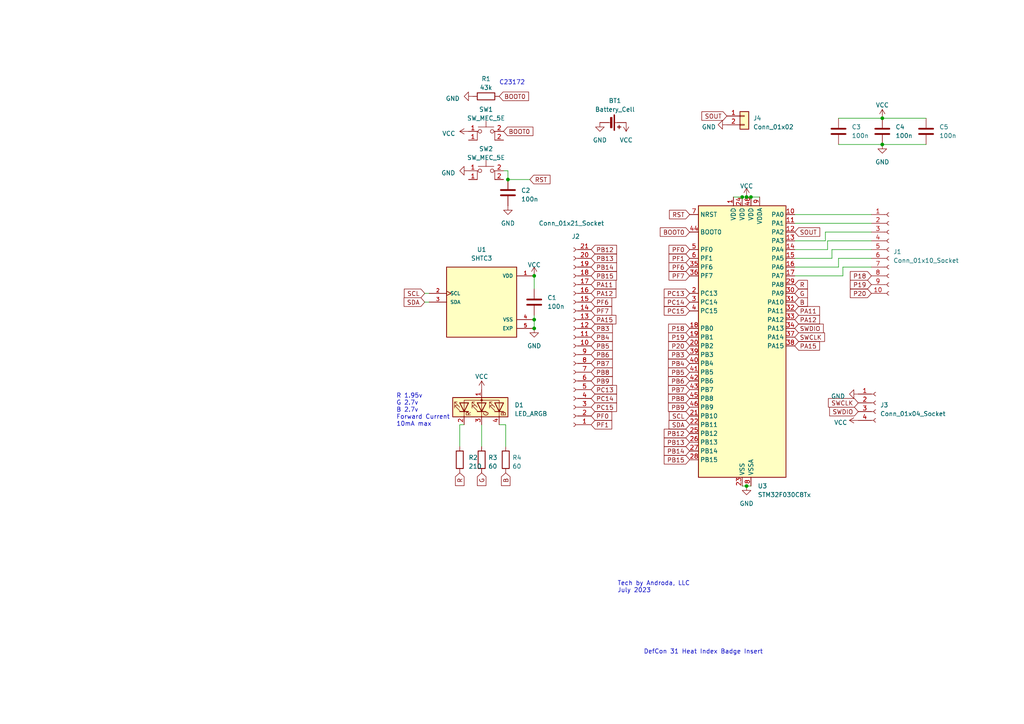
<source format=kicad_sch>
(kicad_sch (version 20230121) (generator eeschema)
  (paper "A4")
  (lib_symbols
    (symbol "Connector:Conn_01x04_Socket" (pin_names (offset 1.016) hide)
      (property "Reference" "J" (at 0 5.08 0))
      (property "Value" "Conn_01x04_Socket" (at 0 -7.62 0))
      (symbol "Conn_01x04_Socket_1_1"
        (arc (start 0 -4.572) (mid -0.5058 -5.08) (end 0 -5.588) (stroke (width 0.1524)))
        (arc (start 0 -2.032) (mid -0.5058 -2.54) (end 0 -3.048) (stroke (width 0.1524)))
        (polyline (pts (xy -1.27 -5.08) (xy -0.508 -5.08)) (stroke (width 0.1524)))
        (polyline (pts (xy -1.27 -2.54) (xy -0.508 -2.54)) (stroke (width 0.1524)))
        (polyline (pts (xy -1.27 0) (xy -0.508 0)) (stroke (width 0.1524)))
        (polyline (pts (xy -1.27 2.54) (xy -0.508 2.54)) (stroke (width 0.1524)))
        (arc (start 0 0.508) (mid -0.5058 0) (end 0 -0.508) (stroke (width 0.1524)))
        (arc (start 0 3.048) (mid -0.5058 2.54) (end 0 2.032) (stroke (width 0.1524)))
        (pin passive line (at -5.08 2.54 0) (length 3.81) (name "Pin_1") (number "1"))
        (pin passive line (at -5.08 0 0) (length 3.81) (name "Pin_2") (number "2"))
        (pin passive line (at -5.08 -2.54 0) (length 3.81) (name "Pin_3") (number "3"))
        (pin passive line (at -5.08 -5.08 0) (length 3.81) (name "Pin_4") (number "4"))
      )
    )
    (symbol "Connector:Conn_01x10_Socket" (pin_names (offset 1.016) hide)
      (property "Reference" "J" (at 0 12.7 0))
      (property "Value" "Conn_01x10_Socket" (at 0 -15.24 0))
      (symbol "Conn_01x10_Socket_1_1"
        (arc (start 0 -12.192) (mid -0.5058 -12.7) (end 0 -13.208) (stroke (width 0.1524)))
        (arc (start 0 -9.652) (mid -0.5058 -10.16) (end 0 -10.668) (stroke (width 0.1524)))
        (arc (start 0 -7.112) (mid -0.5058 -7.62) (end 0 -8.128) (stroke (width 0.1524)))
        (arc (start 0 -4.572) (mid -0.5058 -5.08) (end 0 -5.588) (stroke (width 0.1524)))
        (arc (start 0 -2.032) (mid -0.5058 -2.54) (end 0 -3.048) (stroke (width 0.1524)))
        (polyline (pts (xy -1.27 -12.7) (xy -0.508 -12.7)) (stroke (width 0.1524)))
        (polyline (pts (xy -1.27 -10.16) (xy -0.508 -10.16)) (stroke (width 0.1524)))
        (polyline (pts (xy -1.27 -7.62) (xy -0.508 -7.62)) (stroke (width 0.1524)))
        (polyline (pts (xy -1.27 -5.08) (xy -0.508 -5.08)) (stroke (width 0.1524)))
        (polyline (pts (xy -1.27 -2.54) (xy -0.508 -2.54)) (stroke (width 0.1524)))
        (polyline (pts (xy -1.27 0) (xy -0.508 0)) (stroke (width 0.1524)))
        (polyline (pts (xy -1.27 2.54) (xy -0.508 2.54)) (stroke (width 0.1524)))
        (polyline (pts (xy -1.27 5.08) (xy -0.508 5.08)) (stroke (width 0.1524)))
        (polyline (pts (xy -1.27 7.62) (xy -0.508 7.62)) (stroke (width 0.1524)))
        (polyline (pts (xy -1.27 10.16) (xy -0.508 10.16)) (stroke (width 0.1524)))
        (arc (start 0 0.508) (mid -0.5058 0) (end 0 -0.508) (stroke (width 0.1524)))
        (arc (start 0 3.048) (mid -0.5058 2.54) (end 0 2.032) (stroke (width 0.1524)))
        (arc (start 0 5.588) (mid -0.5058 5.08) (end 0 4.572) (stroke (width 0.1524)))
        (arc (start 0 8.128) (mid -0.5058 7.62) (end 0 7.112) (stroke (width 0.1524)))
        (arc (start 0 10.668) (mid -0.5058 10.16) (end 0 9.652) (stroke (width 0.1524)))
        (pin passive line (at -5.08 10.16 0) (length 3.81) (name "Pin_1") (number "1"))
        (pin passive line (at -5.08 -12.7 0) (length 3.81) (name "Pin_10") (number "10"))
        (pin passive line (at -5.08 7.62 0) (length 3.81) (name "Pin_2") (number "2"))
        (pin passive line (at -5.08 5.08 0) (length 3.81) (name "Pin_3") (number "3"))
        (pin passive line (at -5.08 2.54 0) (length 3.81) (name "Pin_4") (number "4"))
        (pin passive line (at -5.08 0 0) (length 3.81) (name "Pin_5") (number "5"))
        (pin passive line (at -5.08 -2.54 0) (length 3.81) (name "Pin_6") (number "6"))
        (pin passive line (at -5.08 -5.08 0) (length 3.81) (name "Pin_7") (number "7"))
        (pin passive line (at -5.08 -7.62 0) (length 3.81) (name "Pin_8") (number "8"))
        (pin passive line (at -5.08 -10.16 0) (length 3.81) (name "Pin_9") (number "9"))
      )
    )
    (symbol "Connector:Conn_01x21_Socket" (pin_names (offset 1.016) hide)
      (property "Reference" "J" (at 0 27.94 0))
      (property "Value" "Conn_01x21_Socket" (at 0 -27.94 0))
      (symbol "Conn_01x21_Socket_1_1"
        (arc (start 0 -24.892) (mid -0.5058 -25.4) (end 0 -25.908) (stroke (width 0.1524)))
        (arc (start 0 -22.352) (mid -0.5058 -22.86) (end 0 -23.368) (stroke (width 0.1524)))
        (arc (start 0 -19.812) (mid -0.5058 -20.32) (end 0 -20.828) (stroke (width 0.1524)))
        (arc (start 0 -17.272) (mid -0.5058 -17.78) (end 0 -18.288) (stroke (width 0.1524)))
        (arc (start 0 -14.732) (mid -0.5058 -15.24) (end 0 -15.748) (stroke (width 0.1524)))
        (arc (start 0 -12.192) (mid -0.5058 -12.7) (end 0 -13.208) (stroke (width 0.1524)))
        (arc (start 0 -9.652) (mid -0.5058 -10.16) (end 0 -10.668) (stroke (width 0.1524)))
        (arc (start 0 -7.112) (mid -0.5058 -7.62) (end 0 -8.128) (stroke (width 0.1524)))
        (arc (start 0 -4.572) (mid -0.5058 -5.08) (end 0 -5.588) (stroke (width 0.1524)))
        (arc (start 0 -2.032) (mid -0.5058 -2.54) (end 0 -3.048) (stroke (width 0.1524)))
        (polyline (pts (xy -1.27 -25.4) (xy -0.508 -25.4)) (stroke (width 0.1524)))
        (polyline (pts (xy -1.27 -22.86) (xy -0.508 -22.86)) (stroke (width 0.1524)))
        (polyline (pts (xy -1.27 -20.32) (xy -0.508 -20.32)) (stroke (width 0.1524)))
        (polyline (pts (xy -1.27 -17.78) (xy -0.508 -17.78)) (stroke (width 0.1524)))
        (polyline (pts (xy -1.27 -15.24) (xy -0.508 -15.24)) (stroke (width 0.1524)))
        (polyline (pts (xy -1.27 -12.7) (xy -0.508 -12.7)) (stroke (width 0.1524)))
        (polyline (pts (xy -1.27 -10.16) (xy -0.508 -10.16)) (stroke (width 0.1524)))
        (polyline (pts (xy -1.27 -7.62) (xy -0.508 -7.62)) (stroke (width 0.1524)))
        (polyline (pts (xy -1.27 -5.08) (xy -0.508 -5.08)) (stroke (width 0.1524)))
        (polyline (pts (xy -1.27 -2.54) (xy -0.508 -2.54)) (stroke (width 0.1524)))
        (polyline (pts (xy -1.27 0) (xy -0.508 0)) (stroke (width 0.1524)))
        (polyline (pts (xy -1.27 2.54) (xy -0.508 2.54)) (stroke (width 0.1524)))
        (polyline (pts (xy -1.27 5.08) (xy -0.508 5.08)) (stroke (width 0.1524)))
        (polyline (pts (xy -1.27 7.62) (xy -0.508 7.62)) (stroke (width 0.1524)))
        (polyline (pts (xy -1.27 10.16) (xy -0.508 10.16)) (stroke (width 0.1524)))
        (polyline (pts (xy -1.27 12.7) (xy -0.508 12.7)) (stroke (width 0.1524)))
        (polyline (pts (xy -1.27 15.24) (xy -0.508 15.24)) (stroke (width 0.1524)))
        (polyline (pts (xy -1.27 17.78) (xy -0.508 17.78)) (stroke (width 0.1524)))
        (polyline (pts (xy -1.27 20.32) (xy -0.508 20.32)) (stroke (width 0.1524)))
        (polyline (pts (xy -1.27 22.86) (xy -0.508 22.86)) (stroke (width 0.1524)))
        (polyline (pts (xy -1.27 25.4) (xy -0.508 25.4)) (stroke (width 0.1524)))
        (arc (start 0 0.508) (mid -0.5058 0) (end 0 -0.508) (stroke (width 0.1524)))
        (arc (start 0 3.048) (mid -0.5058 2.54) (end 0 2.032) (stroke (width 0.1524)))
        (arc (start 0 5.588) (mid -0.5058 5.08) (end 0 4.572) (stroke (width 0.1524)))
        (arc (start 0 8.128) (mid -0.5058 7.62) (end 0 7.112) (stroke (width 0.1524)))
        (arc (start 0 10.668) (mid -0.5058 10.16) (end 0 9.652) (stroke (width 0.1524)))
        (arc (start 0 13.208) (mid -0.5058 12.7) (end 0 12.192) (stroke (width 0.1524)))
        (arc (start 0 15.748) (mid -0.5058 15.24) (end 0 14.732) (stroke (width 0.1524)))
        (arc (start 0 18.288) (mid -0.5058 17.78) (end 0 17.272) (stroke (width 0.1524)))
        (arc (start 0 20.828) (mid -0.5058 20.32) (end 0 19.812) (stroke (width 0.1524)))
        (arc (start 0 23.368) (mid -0.5058 22.86) (end 0 22.352) (stroke (width 0.1524)))
        (arc (start 0 25.908) (mid -0.5058 25.4) (end 0 24.892) (stroke (width 0.1524)))
        (pin passive line (at -5.08 25.4 0) (length 3.81) (name "Pin_1") (number "1"))
        (pin passive line (at -5.08 2.54 0) (length 3.81) (name "Pin_10") (number "10"))
        (pin passive line (at -5.08 0 0) (length 3.81) (name "Pin_11") (number "11"))
        (pin passive line (at -5.08 -2.54 0) (length 3.81) (name "Pin_12") (number "12"))
        (pin passive line (at -5.08 -5.08 0) (length 3.81) (name "Pin_13") (number "13"))
        (pin passive line (at -5.08 -7.62 0) (length 3.81) (name "Pin_14") (number "14"))
        (pin passive line (at -5.08 -10.16 0) (length 3.81) (name "Pin_15") (number "15"))
        (pin passive line (at -5.08 -12.7 0) (length 3.81) (name "Pin_16") (number "16"))
        (pin passive line (at -5.08 -15.24 0) (length 3.81) (name "Pin_17") (number "17"))
        (pin passive line (at -5.08 -17.78 0) (length 3.81) (name "Pin_18") (number "18"))
        (pin passive line (at -5.08 -20.32 0) (length 3.81) (name "Pin_19") (number "19"))
        (pin passive line (at -5.08 22.86 0) (length 3.81) (name "Pin_2") (number "2"))
        (pin passive line (at -5.08 -22.86 0) (length 3.81) (name "Pin_20") (number "20"))
        (pin passive line (at -5.08 -25.4 0) (length 3.81) (name "Pin_21") (number "21"))
        (pin passive line (at -5.08 20.32 0) (length 3.81) (name "Pin_3") (number "3"))
        (pin passive line (at -5.08 17.78 0) (length 3.81) (name "Pin_4") (number "4"))
        (pin passive line (at -5.08 15.24 0) (length 3.81) (name "Pin_5") (number "5"))
        (pin passive line (at -5.08 12.7 0) (length 3.81) (name "Pin_6") (number "6"))
        (pin passive line (at -5.08 10.16 0) (length 3.81) (name "Pin_7") (number "7"))
        (pin passive line (at -5.08 7.62 0) (length 3.81) (name "Pin_8") (number "8"))
        (pin passive line (at -5.08 5.08 0) (length 3.81) (name "Pin_9") (number "9"))
      )
    )
    (symbol "Connector_Generic:Conn_01x02" (pin_names (offset 1.016) hide)
      (property "Reference" "J" (at 0 2.54 0))
      (property "Value" "Conn_01x02" (at 0 -5.08 0))
      (symbol "Conn_01x02_1_1"
        (rectangle (start -1.27 -2.413) (end 0 -2.667) (stroke (width 0.1524)))
        (rectangle (start -1.27 0.127) (end 0 -0.127) (stroke (width 0.1524)))
        (rectangle (start -1.27 1.27) (end 1.27 -3.81) (stroke (width 0.254)) (fill (type background)))
        (pin passive line (at -5.08 0 0) (length 3.81) (name "Pin_1") (number "1"))
        (pin passive line (at -5.08 -2.54 0) (length 3.81) (name "Pin_2") (number "2"))
      )
    )
    (symbol "Device:Battery_Cell" (pin_numbers hide) (pin_names (offset 0) hide)
      (property "Reference" "BT" (at 2.54 2.54 0))
      (property "Value" "Battery_Cell" (at 2.54 0 0))
      (symbol "Battery_Cell_0_1"
        (rectangle (start -2.286 1.778) (end 2.286 1.524) (fill (type outline)))
        (rectangle (start -1.524 1.016) (end 1.524 0.508) (fill (type outline)))
        (polyline (pts (xy 0 0.762) (xy 0 0)))
        (polyline (pts (xy 0 1.778) (xy 0 2.54)))
        (polyline (pts (xy 0.762 3.048) (xy 1.778 3.048)) (stroke (width 0.254)))
        (polyline (pts (xy 1.27 3.556) (xy 1.27 2.54)) (stroke (width 0.254)))
      )
      (symbol "Battery_Cell_1_1"
        (pin passive line (at 0 5.08 270) (length 2.54) (name "+") (number "1"))
        (pin passive line (at 0 -2.54 90) (length 2.54) (name "-") (number "2"))
      )
    )
    (symbol "Device:C" (pin_numbers hide) (pin_names (offset 0.254))
      (property "Reference" "C" (at 0.635 2.54 0))
      (property "Value" "C" (at 0.635 -2.54 0))
      (symbol "C_0_1"
        (polyline (pts (xy -2.032 -0.762) (xy 2.032 -0.762)) (stroke (width 0.508)))
        (polyline (pts (xy -2.032 0.762) (xy 2.032 0.762)) (stroke (width 0.508)))
      )
      (symbol "C_1_1"
        (pin passive line (at 0 3.81 270) (length 2.794) (name "~") (number "1"))
        (pin passive line (at 0 -3.81 90) (length 2.794) (name "~") (number "2"))
      )
    )
    (symbol "Device:LED_ARGB" (pin_names (offset 0) hide)
      (property "Reference" "D" (at 0 9.398 0))
      (property "Value" "LED_ARGB" (at 0 -8.89 0))
      (symbol "LED_ARGB_0_0"
        (text "B" (at -1.905 -6.35 0) (effects (font (size 1.27 1.27))))
        (text "G" (at -1.905 -1.27 0) (effects (font (size 1.27 1.27))))
        (text "R" (at -1.905 3.81 0) (effects (font (size 1.27 1.27))))
      )
      (symbol "LED_ARGB_0_1"
        (polyline (pts (xy -1.27 -5.08) (xy -2.54 -5.08)))
        (polyline (pts (xy -1.27 -5.08) (xy 1.27 -5.08)))
        (polyline (pts (xy -1.27 -3.81) (xy -1.27 -6.35)) (stroke (width 0.254)))
        (polyline (pts (xy -1.27 0) (xy -2.54 0)))
        (polyline (pts (xy -1.27 1.27) (xy -1.27 -1.27)) (stroke (width 0.254)))
        (polyline (pts (xy -1.27 5.08) (xy -2.54 5.08)))
        (polyline (pts (xy -1.27 5.08) (xy 1.27 5.08)))
        (polyline (pts (xy -1.27 6.35) (xy -1.27 3.81)) (stroke (width 0.254)))
        (polyline (pts (xy 1.27 0) (xy -1.27 0)))
        (polyline (pts (xy 1.27 0) (xy 2.54 0)))
        (polyline (pts (xy -1.27 1.27) (xy -1.27 -1.27) (xy -1.27 -1.27)))
        (polyline (pts (xy -1.27 6.35) (xy -1.27 3.81) (xy -1.27 3.81)))
        (polyline (pts (xy 1.27 -5.08) (xy 2.032 -5.08) (xy 2.032 5.08) (xy 1.27 5.08)))
        (polyline (pts (xy 1.27 -3.81) (xy 1.27 -6.35) (xy -1.27 -5.08) (xy 1.27 -3.81)) (stroke (width 0.254)))
        (polyline (pts (xy 1.27 1.27) (xy 1.27 -1.27) (xy -1.27 0) (xy 1.27 1.27)) (stroke (width 0.254)))
        (polyline (pts (xy 1.27 6.35) (xy 1.27 3.81) (xy -1.27 5.08) (xy 1.27 6.35)) (stroke (width 0.254)))
        (polyline (pts (xy -1.016 -3.81) (xy 0.508 -2.286) (xy -0.254 -2.286) (xy 0.508 -2.286) (xy 0.508 -3.048)))
        (polyline (pts (xy -1.016 1.27) (xy 0.508 2.794) (xy -0.254 2.794) (xy 0.508 2.794) (xy 0.508 2.032)))
        (polyline (pts (xy -1.016 6.35) (xy 0.508 7.874) (xy -0.254 7.874) (xy 0.508 7.874) (xy 0.508 7.112)))
        (polyline (pts (xy 0 -3.81) (xy 1.524 -2.286) (xy 0.762 -2.286) (xy 1.524 -2.286) (xy 1.524 -3.048)))
        (polyline (pts (xy 0 1.27) (xy 1.524 2.794) (xy 0.762 2.794) (xy 1.524 2.794) (xy 1.524 2.032)))
        (polyline (pts (xy 0 6.35) (xy 1.524 7.874) (xy 0.762 7.874) (xy 1.524 7.874) (xy 1.524 7.112)))
        (rectangle (start 1.27 -1.27) (end 1.27 1.27))
        (rectangle (start 1.27 1.27) (end 1.27 1.27))
        (rectangle (start 1.27 3.81) (end 1.27 6.35))
        (rectangle (start 1.27 6.35) (end 1.27 6.35))
        (circle (center 2.032 0) (radius 0.254) (fill (type outline)))
        (rectangle (start 2.794 8.382) (end -2.794 -7.62) (stroke (width 0.254)) (fill (type background)))
      )
      (symbol "LED_ARGB_1_1"
        (pin passive line (at 5.08 0 180) (length 2.54) (name "A") (number "1"))
        (pin passive line (at -5.08 5.08 0) (length 2.54) (name "RK") (number "2"))
        (pin passive line (at -5.08 0 0) (length 2.54) (name "GK") (number "3"))
        (pin passive line (at -5.08 -5.08 0) (length 2.54) (name "BK") (number "4"))
      )
    )
    (symbol "Device:R" (pin_numbers hide) (pin_names (offset 0))
      (property "Reference" "R" (at 2.032 0 90))
      (property "Value" "R" (at 0 0 90))
      (symbol "R_0_1"
        (rectangle (start -1.016 -2.54) (end 1.016 2.54) (stroke (width 0.254)))
      )
      (symbol "R_1_1"
        (pin passive line (at 0 3.81 270) (length 1.27) (name "~") (number "1"))
        (pin passive line (at 0 -3.81 90) (length 1.27) (name "~") (number "2"))
      )
    )
    (symbol "MCU_ST_STM32F0:STM32F030C8Tx"
      (property "Reference" "U" (at -12.7 41.91 0))
      (property "Value" "STM32F030C8Tx" (at 7.62 41.91 0))
      (symbol "STM32F030C8Tx_0_1"
        (rectangle (start -12.7 -38.1) (end 12.7 40.64) (stroke (width 0.254)) (fill (type background)))
      )
      (symbol "STM32F030C8Tx_1_1"
        (pin power_in line (at -2.54 43.18 270) (length 2.54) (name "VDD") (number "1"))
        (pin bidirectional line (at 15.24 38.1 180) (length 2.54) (name "PA0") (number "10"))
        (pin bidirectional line (at 15.24 35.56 180) (length 2.54) (name "PA1") (number "11"))
        (pin bidirectional line (at 15.24 33.02 180) (length 2.54) (name "PA2") (number "12"))
        (pin bidirectional line (at 15.24 30.48 180) (length 2.54) (name "PA3") (number "13"))
        (pin bidirectional line (at 15.24 27.94 180) (length 2.54) (name "PA4") (number "14"))
        (pin bidirectional line (at 15.24 25.4 180) (length 2.54) (name "PA5") (number "15"))
        (pin bidirectional line (at 15.24 22.86 180) (length 2.54) (name "PA6") (number "16"))
        (pin bidirectional line (at 15.24 20.32 180) (length 2.54) (name "PA7") (number "17"))
        (pin bidirectional line (at -15.24 5.08 0) (length 2.54) (name "PB0") (number "18"))
        (pin bidirectional line (at -15.24 2.54 0) (length 2.54) (name "PB1") (number "19"))
        (pin bidirectional line (at -15.24 15.24 0) (length 2.54) (name "PC13") (number "2"))
        (pin bidirectional line (at -15.24 0 0) (length 2.54) (name "PB2") (number "20"))
        (pin bidirectional line (at -15.24 -20.32 0) (length 2.54) (name "PB10") (number "21"))
        (pin bidirectional line (at -15.24 -22.86 0) (length 2.54) (name "PB11") (number "22"))
        (pin power_in line (at 0 -40.64 90) (length 2.54) (name "VSS") (number "23"))
        (pin power_in line (at 0 43.18 270) (length 2.54) (name "VDD") (number "24"))
        (pin bidirectional line (at -15.24 -25.4 0) (length 2.54) (name "PB12") (number "25"))
        (pin bidirectional line (at -15.24 -27.94 0) (length 2.54) (name "PB13") (number "26"))
        (pin bidirectional line (at -15.24 -30.48 0) (length 2.54) (name "PB14") (number "27"))
        (pin bidirectional line (at -15.24 -33.02 0) (length 2.54) (name "PB15") (number "28"))
        (pin bidirectional line (at 15.24 17.78 180) (length 2.54) (name "PA8") (number "29"))
        (pin bidirectional line (at -15.24 12.7 0) (length 2.54) (name "PC14") (number "3"))
        (pin bidirectional line (at 15.24 15.24 180) (length 2.54) (name "PA9") (number "30"))
        (pin bidirectional line (at 15.24 12.7 180) (length 2.54) (name "PA10") (number "31"))
        (pin bidirectional line (at 15.24 10.16 180) (length 2.54) (name "PA11") (number "32"))
        (pin bidirectional line (at 15.24 7.62 180) (length 2.54) (name "PA12") (number "33"))
        (pin bidirectional line (at 15.24 5.08 180) (length 2.54) (name "PA13") (number "34"))
        (pin bidirectional line (at -15.24 22.86 0) (length 2.54) (name "PF6") (number "35"))
        (pin bidirectional line (at -15.24 20.32 0) (length 2.54) (name "PF7") (number "36"))
        (pin bidirectional line (at 15.24 2.54 180) (length 2.54) (name "PA14") (number "37"))
        (pin bidirectional line (at 15.24 0 180) (length 2.54) (name "PA15") (number "38"))
        (pin bidirectional line (at -15.24 -2.54 0) (length 2.54) (name "PB3") (number "39"))
        (pin bidirectional line (at -15.24 10.16 0) (length 2.54) (name "PC15") (number "4"))
        (pin bidirectional line (at -15.24 -5.08 0) (length 2.54) (name "PB4") (number "40"))
        (pin bidirectional line (at -15.24 -7.62 0) (length 2.54) (name "PB5") (number "41"))
        (pin bidirectional line (at -15.24 -10.16 0) (length 2.54) (name "PB6") (number "42"))
        (pin bidirectional line (at -15.24 -12.7 0) (length 2.54) (name "PB7") (number "43"))
        (pin input line (at -15.24 33.02 0) (length 2.54) (name "BOOT0") (number "44"))
        (pin bidirectional line (at -15.24 -15.24 0) (length 2.54) (name "PB8") (number "45"))
        (pin bidirectional line (at -15.24 -17.78 0) (length 2.54) (name "PB9") (number "46"))
        (pin passive line (at 0 -40.64 90) (length 2.54) hide (name "VSS") (number "47"))
        (pin power_in line (at 2.54 43.18 270) (length 2.54) (name "VDD") (number "48"))
        (pin bidirectional line (at -15.24 27.94 0) (length 2.54) (name "PF0") (number "5"))
        (pin bidirectional line (at -15.24 25.4 0) (length 2.54) (name "PF1") (number "6"))
        (pin input line (at -15.24 38.1 0) (length 2.54) (name "NRST") (number "7"))
        (pin power_in line (at 2.54 -40.64 90) (length 2.54) (name "VSSA") (number "8"))
        (pin power_in line (at 5.08 43.18 270) (length 2.54) (name "VDDA") (number "9"))
      )
    )
    (symbol "New_Library:SHTC3" (pin_names (offset 1.016))
      (property "Reference" "U" (at -10.16 12.7 0))
      (property "Value" "SHTC3" (at -10.16 -12.7 0))
      (symbol "SHTC3_0_0"
        (rectangle (start -10.16 -10.16) (end 10.16 10.16) (stroke (width 0.254)) (fill (type background)))
        (pin power_in line (at 15.24 7.62 180) (length 5.08) (name "VDD") (number "1"))
        (pin bidirectional clock (at -15.24 2.54 0) (length 5.08) (name "SCL") (number "2"))
        (pin bidirectional line (at -15.24 0 0) (length 5.08) (name "SDA") (number "3"))
        (pin power_in line (at 15.24 -5.08 180) (length 5.08) (name "VSS") (number "4"))
        (pin power_in line (at 15.24 -7.62 180) (length 5.08) (name "EXP") (number "5"))
      )
    )
    (symbol "SW_MEC_5E_1" (pin_names (offset 1.016) hide)
      (property "Reference" "SW2" (at 0 8.89 0))
      (property "Value" "SW_MEC_5E" (at 0 6.35 0))
      (symbol "SW_MEC_5E_1_0_1"
        (circle (center -1.778 2.54) (radius 0.508))
        (polyline (pts (xy -2.286 3.81) (xy 2.286 3.81)))
        (polyline (pts (xy 0 3.81) (xy 0 5.588)))
        (polyline (pts (xy -2.54 0) (xy -2.54 2.54) (xy -2.286 2.54)))
        (polyline (pts (xy 2.54 0) (xy 2.54 2.54) (xy 2.286 2.54)))
        (circle (center 1.778 2.54) (radius 0.508))
        (pin passive line (at -5.08 0 0) (length 2.54) (name "1") (number "1"))
        (pin passive line (at -5.08 2.54 0) (length 2.54) (name "1") (number "1"))
        (pin passive line (at 5.08 0 180) (length 2.54) (name "2") (number "2"))
        (pin passive line (at 5.08 2.54 180) (length 2.54) (name "2") (number "2"))
      )
    )
    (symbol "Switch:SW_MEC_5E" (pin_names (offset 1.016) hide)
      (property "Reference" "SW1" (at 0 8.89 0))
      (property "Value" "SW_MEC_5E" (at 0 6.35 0))
      (symbol "SW_MEC_5E_0_1"
        (circle (center -1.778 2.54) (radius 0.508))
        (polyline (pts (xy -2.286 3.81) (xy 2.286 3.81)))
        (polyline (pts (xy 0 3.81) (xy 0 5.588)))
        (polyline (pts (xy -2.54 0) (xy -2.54 2.54) (xy -2.286 2.54)))
        (polyline (pts (xy 2.54 0) (xy 2.54 2.54) (xy 2.286 2.54)))
        (circle (center 1.778 2.54) (radius 0.508))
        (pin passive line (at -5.08 0 0) (length 2.54) (name "1") (number "1"))
        (pin passive line (at -5.08 2.54 0) (length 2.54) (name "1") (number "1"))
        (pin passive line (at 5.08 0 180) (length 2.54) (name "2") (number "2"))
        (pin passive line (at 5.08 2.54 180) (length 2.54) (name "2") (number "2"))
      )
    )
    (symbol "power:GND" (power) (pin_names (offset 0))
      (property "Value" "GND" (at 0 -3.81 0))
      (symbol "GND_0_1"
        (polyline (pts (xy 0 0) (xy 0 -1.27) (xy 1.27 -1.27) (xy 0 -2.54) (xy -1.27 -1.27) (xy 0 -1.27)))
      )
      (symbol "GND_1_1"
        (pin power_in line (at 0 0 270) (length 0) hide (name "GND") (number "1"))
      )
    )
    (symbol "power:VCC" (power) (pin_names (offset 0))
      (property "Value" "VCC" (at 0 3.81 0))
      (symbol "VCC_0_1"
        (polyline (pts (xy -0.762 1.27) (xy 0 2.54)))
        (polyline (pts (xy 0 0) (xy 0 2.54)))
        (polyline (pts (xy 0 2.54) (xy 0.762 1.27)))
      )
      (symbol "VCC_1_1"
        (pin power_in line (at 0 0 90) (length 0) hide (name "VCC") (number "1"))
      )
    )
  )
  (junction (at 215.265 57.15))
  (junction (at 255.905 34.29))
  (junction (at 154.94 92.71))
  (junction (at 154.94 80.01))
  (junction (at 255.905 41.91))
  (junction (at 154.94 95.25))
  (junction (at 217.805 57.15))
  (junction (at 216.535 140.97))
  (junction (at 147.32 52.07))
  (junction (at 216.535 57.15))
  (wire (pts (xy 230.505 80.01) (xy 244.475 80.01)))
  (wire (pts (xy 241.3 74.93) (xy 241.3 72.39)))
  (wire (pts (xy 255.905 41.91) (xy 268.605 41.91)))
  (wire (pts (xy 244.475 77.47) (xy 252.73 77.47)))
  (wire (pts (xy 154.94 91.44) (xy 154.94 92.71)))
  (wire (pts (xy 124.46 87.63) (xy 123.19 87.63)))
  (wire (pts (xy 243.205 41.91) (xy 255.905 41.91)))
  (wire (pts (xy 230.505 69.85) (xy 239.395 69.85)))
  (wire (pts (xy 147.32 52.07) (xy 153.67 52.07)))
  (wire (pts (xy 240.03 72.39) (xy 240.03 69.85)))
  (wire (pts (xy 216.535 57.15) (xy 217.805 57.15)))
  (wire (pts (xy 230.505 74.93) (xy 241.3 74.93)))
  (wire (pts (xy 146.05 49.53) (xy 147.32 49.53)))
  (wire (pts (xy 216.535 140.97) (xy 217.805 140.97)))
  (wire (pts (xy 241.3 72.39) (xy 252.73 72.39)))
  (wire (pts (xy 230.505 77.47) (xy 243.205 77.47)))
  (wire (pts (xy 215.265 140.97) (xy 216.535 140.97)))
  (wire (pts (xy 215.265 57.15) (xy 216.535 57.15)))
  (wire (pts (xy 230.505 62.23) (xy 252.73 62.23)))
  (wire (pts (xy 255.905 34.29) (xy 268.605 34.29)))
  (wire (pts (xy 147.32 49.53) (xy 147.32 52.07)))
  (wire (pts (xy 239.395 67.31) (xy 252.73 67.31)))
  (wire (pts (xy 217.805 57.15) (xy 220.345 57.15)))
  (wire (pts (xy 212.725 57.15) (xy 215.265 57.15)))
  (wire (pts (xy 243.205 77.47) (xy 243.205 74.93)))
  (wire (pts (xy 154.94 80.01) (xy 154.94 83.82)))
  (wire (pts (xy 244.475 80.01) (xy 244.475 77.47)))
  (wire (pts (xy 230.505 64.77) (xy 252.73 64.77)))
  (wire (pts (xy 133.35 123.19) (xy 134.62 123.19)))
  (wire (pts (xy 240.03 69.85) (xy 252.73 69.85)))
  (wire (pts (xy 139.7 123.19) (xy 139.7 129.54)))
  (wire (pts (xy 243.205 34.29) (xy 255.905 34.29)))
  (wire (pts (xy 146.685 129.54) (xy 146.685 123.19)))
  (wire (pts (xy 124.46 85.09) (xy 123.19 85.09)))
  (wire (pts (xy 230.505 72.39) (xy 240.03 72.39)))
  (wire (pts (xy 146.685 123.19) (xy 144.78 123.19)))
  (wire (pts (xy 243.205 74.93) (xy 252.73 74.93)))
  (wire (pts (xy 133.35 129.54) (xy 133.35 123.19)))
  (wire (pts (xy 154.94 92.71) (xy 154.94 95.25)))
  (wire (pts (xy 239.395 69.85) (xy 239.395 67.31)))
  (text "R 1.95v\nG 2.7v\nB 2.7v\nForward Current\n10mA max" (at 114.935 123.825 0) (effects (font (size 1.27 1.27)) (justify left bottom)))
  (text "DefCon 31 Heat Index Badge Insert" (at 186.69 189.865 0) (effects (font (size 1.27 1.27)) (justify left bottom)))
  (text "Tech by Androda, LLC\nJuly 2023" (at 179.07 172.085 0) (effects (font (size 1.27 1.27)) (justify left bottom)))
  (text "C23172" (at 144.78 24.765 0) (effects (font (size 1.27 1.27)) (justify left bottom)))
  (global_label "PA12" (shape input) (at 171.45 85.09 0) (property "Intersheetrefs" "${INTERSHEET_REFS}" (effects hide)))
  (global_label "PF1" (shape input) (at 200.025 74.93 180) (property "Intersheetrefs" "${INTERSHEET_REFS}" (effects hide)))
  (global_label "P20" (shape input) (at 200.025 100.33 180) (property "Intersheetrefs" "${INTERSHEET_REFS}" (effects hide)))
  (global_label "PB9" (shape input) (at 200.025 118.11 180) (property "Intersheetrefs" "${INTERSHEET_REFS}" (effects hide)))
  (global_label "PB12" (shape input) (at 200.025 125.73 180) (property "Intersheetrefs" "${INTERSHEET_REFS}" (effects hide)))
  (global_label "PF6" (shape input) (at 171.45 87.63 0) (property "Intersheetrefs" "${INTERSHEET_REFS}" (effects hide)))
  (global_label "P18" (shape input) (at 252.73 80.01 180) (property "Intersheetrefs" "${INTERSHEET_REFS}" (effects hide)))
  (global_label "PA12" (shape input) (at 230.505 92.71 0) (property "Intersheetrefs" "${INTERSHEET_REFS}" (effects hide)))
  (global_label "PF6" (shape input) (at 200.025 77.47 180) (property "Intersheetrefs" "${INTERSHEET_REFS}" (effects hide)))
  (global_label "P19" (shape input) (at 200.025 97.79 180) (property "Intersheetrefs" "${INTERSHEET_REFS}" (effects hide)))
  (global_label "PA15" (shape input) (at 230.505 100.33 0) (property "Intersheetrefs" "${INTERSHEET_REFS}" (effects hide)))
  (global_label "SWDIO" (shape input) (at 230.505 95.25 0) (property "Intersheetrefs" "${INTERSHEET_REFS}" (effects hide)))
  (global_label "PB6" (shape input) (at 171.45 102.87 0) (property "Intersheetrefs" "${INTERSHEET_REFS}" (effects hide)))
  (global_label "PB8" (shape input) (at 171.45 107.95 0) (property "Intersheetrefs" "${INTERSHEET_REFS}" (effects hide)))
  (global_label "SCL" (shape input) (at 200.025 120.65 180) (property "Intersheetrefs" "${INTERSHEET_REFS}" (effects hide)))
  (global_label "R" (shape input) (at 230.505 82.55 0) (property "Intersheetrefs" "${INTERSHEET_REFS}" (effects hide)))
  (global_label "PB7" (shape input) (at 200.025 113.03 180) (property "Intersheetrefs" "${INTERSHEET_REFS}" (effects hide)))
  (global_label "PB14" (shape input) (at 200.025 130.81 180) (property "Intersheetrefs" "${INTERSHEET_REFS}" (effects hide)))
  (global_label "BOOT0" (shape input) (at 146.05 38.1 0) (property "Intersheetrefs" "${INTERSHEET_REFS}" (effects hide)))
  (global_label "B" (shape input) (at 146.685 137.16 270) (property "Intersheetrefs" "${INTERSHEET_REFS}" (effects hide)))
  (global_label "SWDIO" (shape input) (at 248.92 119.38 180) (property "Intersheetrefs" "${INTERSHEET_REFS}" (effects hide)))
  (global_label "PF7" (shape input) (at 171.45 90.17 0) (property "Intersheetrefs" "${INTERSHEET_REFS}" (effects hide)))
  (global_label "PF0" (shape input) (at 200.025 72.39 180) (property "Intersheetrefs" "${INTERSHEET_REFS}" (effects hide)))
  (global_label "PA11" (shape input) (at 171.45 82.55 0) (property "Intersheetrefs" "${INTERSHEET_REFS}" (effects hide)))
  (global_label "PB15" (shape input) (at 200.025 133.35 180) (property "Intersheetrefs" "${INTERSHEET_REFS}" (effects hide)))
  (global_label "PA11" (shape input) (at 230.505 90.17 0) (property "Intersheetrefs" "${INTERSHEET_REFS}" (effects hide)))
  (global_label "PC15" (shape input) (at 200.025 90.17 180) (property "Intersheetrefs" "${INTERSHEET_REFS}" (effects hide)))
  (global_label "PC13" (shape input) (at 200.025 85.09 180) (property "Intersheetrefs" "${INTERSHEET_REFS}" (effects hide)))
  (global_label "PB13" (shape input) (at 200.025 128.27 180) (property "Intersheetrefs" "${INTERSHEET_REFS}" (effects hide)))
  (global_label "PB13" (shape input) (at 171.45 74.93 0) (property "Intersheetrefs" "${INTERSHEET_REFS}" (effects hide)))
  (global_label "PC13" (shape input) (at 171.45 113.03 0) (property "Intersheetrefs" "${INTERSHEET_REFS}" (effects hide)))
  (global_label "PB15" (shape input) (at 171.45 80.01 0) (property "Intersheetrefs" "${INTERSHEET_REFS}" (effects hide)))
  (global_label "PC14" (shape input) (at 200.025 87.63 180) (property "Intersheetrefs" "${INTERSHEET_REFS}" (effects hide)))
  (global_label "BOOT0" (shape input) (at 144.78 27.94 0) (property "Intersheetrefs" "${INTERSHEET_REFS}" (effects hide)))
  (global_label "G" (shape input) (at 230.505 85.09 0) (property "Intersheetrefs" "${INTERSHEET_REFS}" (effects hide)))
  (global_label "PC14" (shape input) (at 171.45 115.57 0) (property "Intersheetrefs" "${INTERSHEET_REFS}" (effects hide)))
  (global_label "PB5" (shape input) (at 200.025 107.95 180) (property "Intersheetrefs" "${INTERSHEET_REFS}" (effects hide)))
  (global_label "PF1" (shape input) (at 171.45 123.19 0) (property "Intersheetrefs" "${INTERSHEET_REFS}" (effects hide)))
  (global_label "B" (shape input) (at 230.505 87.63 0) (property "Intersheetrefs" "${INTERSHEET_REFS}" (effects hide)))
  (global_label "PB5" (shape input) (at 171.45 100.33 0) (property "Intersheetrefs" "${INTERSHEET_REFS}" (effects hide)))
  (global_label "SDA" (shape input) (at 123.19 87.63 180) (property "Intersheetrefs" "${INTERSHEET_REFS}" (effects hide)))
  (global_label "PC15" (shape input) (at 171.45 118.11 0) (property "Intersheetrefs" "${INTERSHEET_REFS}" (effects hide)))
  (global_label "SDA" (shape input) (at 200.025 123.19 180) (property "Intersheetrefs" "${INTERSHEET_REFS}" (effects hide)))
  (global_label "P19" (shape input) (at 252.73 82.55 180) (property "Intersheetrefs" "${INTERSHEET_REFS}" (effects hide)))
  (global_label "PB7" (shape input) (at 171.45 105.41 0) (property "Intersheetrefs" "${INTERSHEET_REFS}" (effects hide)))
  (global_label "PA15" (shape input) (at 171.45 92.71 0) (property "Intersheetrefs" "${INTERSHEET_REFS}" (effects hide)))
  (global_label "SOUT" (shape input) (at 230.505 67.31 0) (property "Intersheetrefs" "${INTERSHEET_REFS}" (effects hide)))
  (global_label "P18" (shape input) (at 200.025 95.25 180) (property "Intersheetrefs" "${INTERSHEET_REFS}" (effects hide)))
  (global_label "PB12" (shape input) (at 171.45 72.39 0) (property "Intersheetrefs" "${INTERSHEET_REFS}" (effects hide)))
  (global_label "PB3" (shape input) (at 200.025 102.87 180) (property "Intersheetrefs" "${INTERSHEET_REFS}" (effects hide)))
  (global_label "PB9" (shape input) (at 171.45 110.49 0) (property "Intersheetrefs" "${INTERSHEET_REFS}" (effects hide)))
  (global_label "BOOT0" (shape input) (at 200.025 67.31 180) (property "Intersheetrefs" "${INTERSHEET_REFS}" (effects hide)))
  (global_label "PB4" (shape input) (at 200.025 105.41 180) (property "Intersheetrefs" "${INTERSHEET_REFS}" (effects hide)))
  (global_label "PF0" (shape input) (at 171.45 120.65 0) (property "Intersheetrefs" "${INTERSHEET_REFS}" (effects hide)))
  (global_label "R" (shape input) (at 133.35 137.16 270) (property "Intersheetrefs" "${INTERSHEET_REFS}" (effects hide)))
  (global_label "PB6" (shape input) (at 200.025 110.49 180) (property "Intersheetrefs" "${INTERSHEET_REFS}" (effects hide)))
  (global_label "SWCLK" (shape input) (at 230.505 97.79 0) (property "Intersheetrefs" "${INTERSHEET_REFS}" (effects hide)))
  (global_label "P20" (shape input) (at 252.73 85.09 180) (property "Intersheetrefs" "${INTERSHEET_REFS}" (effects hide)))
  (global_label "G" (shape input) (at 139.7 137.16 270) (property "Intersheetrefs" "${INTERSHEET_REFS}" (effects hide)))
  (global_label "PF7" (shape input) (at 200.025 80.01 180) (property "Intersheetrefs" "${INTERSHEET_REFS}" (effects hide)))
  (global_label "PB8" (shape input) (at 200.025 115.57 180) (property "Intersheetrefs" "${INTERSHEET_REFS}" (effects hide)))
  (global_label "SCL" (shape input) (at 123.19 85.09 180) (property "Intersheetrefs" "${INTERSHEET_REFS}" (effects hide)))
  (global_label "PB4" (shape input) (at 171.45 97.79 0) (property "Intersheetrefs" "${INTERSHEET_REFS}" (effects hide)))
  (global_label "PB3" (shape input) (at 171.45 95.25 0) (property "Intersheetrefs" "${INTERSHEET_REFS}" (effects hide)))
  (global_label "PB14" (shape input) (at 171.45 77.47 0) (property "Intersheetrefs" "${INTERSHEET_REFS}" (effects hide)))
  (global_label "RST" (shape input) (at 153.67 52.07 0) (property "Intersheetrefs" "${INTERSHEET_REFS}" (effects hide)))
  (global_label "SOUT" (shape input) (at 210.82 33.655 180) (property "Intersheetrefs" "${INTERSHEET_REFS}" (effects hide)))
  (global_label "RST" (shape input) (at 200.025 62.23 180) (property "Intersheetrefs" "${INTERSHEET_REFS}" (effects hide)))
  (global_label "SWCLK" (shape input) (at 248.92 116.84 180) (property "Intersheetrefs" "${INTERSHEET_REFS}" (effects hide)))
  (symbol (lib_id "New_Library:SHTC3") (at 139.7 87.63 0) (unit 1)
    (property "Reference" "U1" (at 139.7 72.39 0))
    (property "Value" "SHTC3" (at 139.7 74.93 0))
    (property "Footprint" "Library:SON100P200X200X80-5N" (effects hide))
    (property "PARTREV" "3" (effects hide))
    (property "STANDARD" "IPC-7351B" (effects hide))
    (property "MAXIMUM_PACKAGE_HEIGHT" "0.80mm" (effects hide))
    (property "MANUFACTURER" "Sensirion" (effects hide))
  )
  (symbol (lib_id "power:GND") (at 154.94 95.25 0) (unit 1)
    (property "Reference" "#PWR013" (effects hide))
    (property "Value" "GND" (at 154.94 100.33 0))
  )
  (symbol (lib_id "power:VCC") (at 139.7 113.03 0) (unit 1)
    (property "Reference" "#PWR08" (effects hide))
    (property "Value" "VCC" (at 139.7 109.22 0))
  )
  (symbol (lib_id "MCU_ST_STM32F0:STM32F030C8Tx") (at 215.265 100.33 0) (unit 1)
    (property "Reference" "U3" (at 219.7609 140.97 0) (effects (justify left)))
    (property "Value" "STM32F030C8Tx" (at 219.7609 143.51 0) (effects (justify left)))
    (property "Footprint" "Package_QFP:LQFP-48_7x7mm_P0.5mm" (effects hide))
    (property "Datasheet" "https://www.st.com/resource/en/datasheet/stm32f030c8.pdf" (effects hide))
  )
  (symbol (lib_id "power:VCC") (at 248.92 121.92 90) (unit 1)
    (property "Reference" "#PWR011" (effects hide))
    (property "Value" "VCC" (at 245.745 122.555 90) (effects (justify left)))
  )
  (symbol (lib_id "Device:C") (at 243.205 38.1 0) (unit 1)
    (property "Reference" "C3" (at 247.015 36.8299 0) (effects (justify left)))
    (property "Value" "100n" (at 247.015 39.3699 0) (effects (justify left)))
    (property "Footprint" "Capacitor_SMD:C_0603_1608Metric" (effects hide))
  )
  (symbol (lib_id "power:GND") (at 210.82 36.195 270) (unit 1)
    (property "Reference" "#PWR012" (effects hide))
    (property "Value" "GND" (at 207.645 36.83 90) (effects (justify right)))
  )
  (symbol (lib_id "power:VCC") (at 135.89 38.1 90) (unit 1)
    (property "Reference" "#PWR05" (effects hide))
    (property "Value" "VCC" (at 132.08 38.735 90) (effects (justify left)))
  )
  (symbol (lib_name "SW_MEC_5E_1") (lib_id "Switch:SW_MEC_5E") (at 140.97 52.07 0) (unit 1)
    (property "Reference" "SW2" (at 140.97 43.18 0))
    (property "Value" "SW_MEC_5E" (at 140.97 45.72 0))
    (property "Footprint" "Library:TS-1187A-B-A-B" (effects hide))
    (property "Datasheet" "http://www.apem.com/int/index.php?controller=attachment&id_attachment=1371" (effects hide))
  )
  (symbol (lib_id "Device:R") (at 146.685 133.35 0) (unit 1)
    (property "Reference" "R4" (at 148.59 132.715 0) (effects (justify left)))
    (property "Value" "60" (at 148.59 135.255 0) (effects (justify left)))
    (property "Footprint" "Resistor_SMD:R_0603_1608Metric" (effects hide))
  )
  (symbol (lib_id "power:GND") (at 216.535 140.97 0) (unit 1)
    (property "Reference" "#PWR09" (effects hide))
    (property "Value" "GND" (at 216.535 146.05 0))
  )
  (symbol (lib_id "power:VCC") (at 255.905 34.29 0) (unit 1)
    (property "Reference" "#PWR015" (effects hide))
    (property "Value" "VCC" (at 255.905 30.48 0))
  )
  (symbol (lib_id "power:VCC") (at 181.61 35.56 180) (unit 1)
    (property "Reference" "#PWR02" (effects hide))
    (property "Value" "VCC" (at 181.61 40.64 0))
  )
  (symbol (lib_id "Device:R") (at 139.7 133.35 0) (unit 1)
    (property "Reference" "R3" (at 141.605 132.715 0) (effects (justify left)))
    (property "Value" "60" (at 141.605 135.255 0) (effects (justify left)))
    (property "Footprint" "Resistor_SMD:R_0603_1608Metric" (effects hide))
  )
  (symbol (lib_id "Device:LED_ARGB") (at 139.7 118.11 90) (unit 1)
    (property "Reference" "D1" (at 149.225 117.475 90) (effects (justify right)))
    (property "Value" "LED_ARGB" (at 149.225 120.015 90) (effects (justify right)))
    (property "Footprint" "Library:LRTB_R48G" (effects hide))
  )
  (symbol (lib_id "power:GND") (at 248.92 114.3 270) (unit 1)
    (property "Reference" "#PWR010" (effects hide))
    (property "Value" "GND" (at 245.11 114.935 90) (effects (justify right)))
  )
  (symbol (lib_id "Device:C") (at 154.94 87.63 0) (unit 1)
    (property "Reference" "C1" (at 158.75 86.3599 0) (effects (justify left)))
    (property "Value" "100n" (at 158.75 88.8999 0) (effects (justify left)))
    (property "Footprint" "Capacitor_SMD:C_0603_1608Metric" (effects hide))
  )
  (symbol (lib_id "Device:C") (at 268.605 38.1 0) (unit 1)
    (property "Reference" "C5" (at 272.415 36.8299 0) (effects (justify left)))
    (property "Value" "100n" (at 272.415 39.3699 0) (effects (justify left)))
    (property "Footprint" "Capacitor_SMD:C_0603_1608Metric" (effects hide))
  )
  (symbol (lib_id "power:GND") (at 173.99 35.56 0) (unit 1)
    (property "Reference" "#PWR01" (effects hide))
    (property "Value" "GND" (at 173.99 40.64 0))
  )
  (symbol (lib_id "Device:C") (at 147.32 55.88 0) (unit 1)
    (property "Reference" "C2" (at 151.13 55.245 0) (effects (justify left)))
    (property "Value" "100n" (at 151.13 57.785 0) (effects (justify left)))
    (property "Footprint" "Capacitor_SMD:C_0603_1608Metric" (effects hide))
  )
  (symbol (lib_id "Device:R") (at 133.35 133.35 0) (unit 1)
    (property "Reference" "R2" (at 135.89 132.715 0) (effects (justify left)))
    (property "Value" "210" (at 135.89 135.255 0) (effects (justify left)))
    (property "Footprint" "Resistor_SMD:R_0603_1608Metric" (effects hide))
  )
  (symbol (lib_id "power:GND") (at 137.16 27.94 270) (unit 1)
    (property "Reference" "#PWR03" (effects hide))
    (property "Value" "GND" (at 133.35 28.575 90) (effects (justify right)))
  )
  (symbol (lib_id "Connector:Conn_01x04_Socket") (at 254 116.84 0) (unit 1)
    (property "Reference" "J3" (at 255.27 117.475 0) (effects (justify left)))
    (property "Value" "Conn_01x04_Socket" (at 255.27 120.015 0) (effects (justify left)))
    (property "Footprint" "Connector_PinSocket_2.54mm:PinSocket_1x04_P2.54mm_Vertical" (effects hide))
  )
  (symbol (lib_id "power:VCC") (at 216.535 57.15 0) (unit 1)
    (property "Reference" "#PWR04" (effects hide))
    (property "Value" "VCC" (at 216.535 53.975 0))
  )
  (symbol (lib_id "Connector_Generic:Conn_01x02") (at 215.9 33.655 0) (unit 1)
    (property "Reference" "J4" (at 218.44 34.29 0) (effects (justify left)))
    (property "Value" "Conn_01x02" (at 218.44 36.83 0) (effects (justify left)))
    (property "Footprint" "Connector_PinSocket_2.54mm:PinSocket_1x02_P2.54mm_Vertical" (effects hide))
  )
  (symbol (lib_id "Device:Battery_Cell") (at 176.53 35.56 270) (unit 1)
    (property "Reference" "BT1" (at 178.3715 29.21 90))
    (property "Value" "Battery_Cell" (at 178.3715 31.75 90))
    (property "Footprint" "Library:CR1632" (effects hide))
  )
  (symbol (lib_id "Device:C") (at 255.905 38.1 0) (unit 1)
    (property "Reference" "C4" (at 259.715 36.8299 0) (effects (justify left)))
    (property "Value" "100n" (at 259.715 39.3699 0) (effects (justify left)))
    (property "Footprint" "Capacitor_SMD:C_0603_1608Metric" (effects hide))
  )
  (symbol (lib_id "Connector:Conn_01x21_Socket") (at 166.37 97.79 180) (unit 1)
    (property "Reference" "J2" (at 167.005 68.58 0))
    (property "Value" "Conn_01x21_Socket" (at 165.735 64.77 0))
    (property "Footprint" "Connector_PinSocket_2.54mm:PinSocket_1x21_P2.54mm_Vertical" (effects hide))
  )
  (symbol (lib_id "power:GND") (at 135.89 49.53 270) (unit 1)
    (property "Reference" "#PWR06" (effects hide))
    (property "Value" "GND" (at 132.08 50.165 90) (effects (justify right)))
  )
  (symbol (lib_id "Device:R") (at 140.97 27.94 90) (unit 1)
    (property "Reference" "R1" (at 140.97 22.86 90))
    (property "Value" "43k" (at 140.97 25.4 90))
    (property "Footprint" "Resistor_SMD:R_0603_1608Metric" (effects hide))
  )
  (symbol (lib_id "power:GND") (at 255.905 41.91 0) (unit 1)
    (property "Reference" "#PWR014" (effects hide))
    (property "Value" "GND" (at 255.905 46.99 0))
  )
  (symbol (lib_id "Connector:Conn_01x10_Socket") (at 257.81 72.39 0) (unit 1)
    (property "Reference" "J1" (at 259.08 73.025 0) (effects (justify left)))
    (property "Value" "Conn_01x10_Socket" (at 259.08 75.565 0) (effects (justify left)))
    (property "Footprint" "Connector_PinSocket_2.54mm:PinSocket_1x10_P2.54mm_Vertical" (effects hide))
  )
  (symbol (lib_id "Switch:SW_MEC_5E") (at 140.97 40.64 0) (unit 1)
    (property "Reference" "SW1" (at 140.97 31.75 0))
    (property "Value" "SW_MEC_5E" (at 140.97 34.29 0))
    (property "Footprint" "Library:TS-1187A-B-A-B" (effects hide))
    (property "Datasheet" "http://www.apem.com/int/index.php?controller=attachment&id_attachment=1371" (effects hide))
  )
  (symbol (lib_id "power:GND") (at 147.32 59.69 0) (unit 1)
    (property "Reference" "#PWR07" (effects hide))
    (property "Value" "GND" (at 147.32 64.77 0))
  )
  (symbol (lib_id "power:VCC") (at 154.94 80.01 0) (unit 1)
    (property "Reference" "#PWR016" (effects hide))
    (property "Value" "VCC" (at 154.94 76.835 0))
  )
)
</source>
